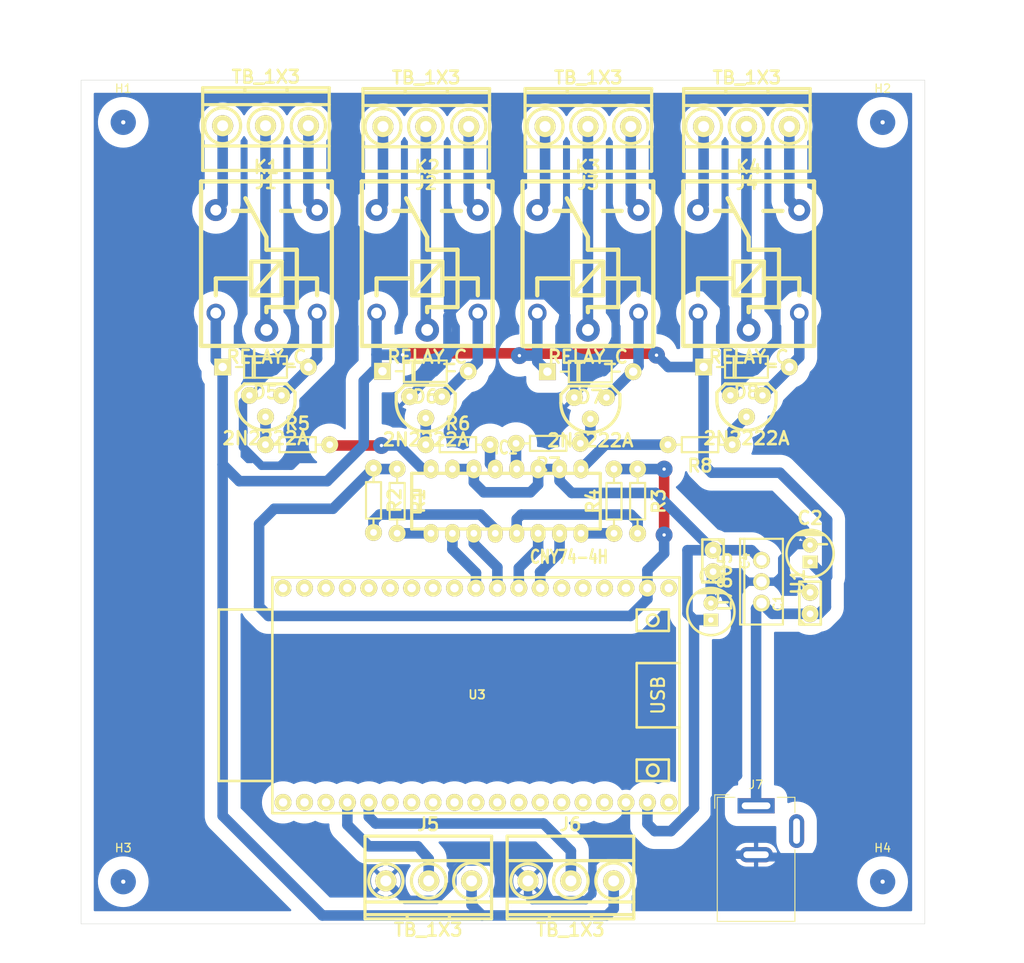
<source format=kicad_pcb>
(kicad_pcb (version 20211014) (generator pcbnew)
  (layers (0 "F.Cu" signal) (31 "B.Cu" signal) (34 "B.Paste" user) (35 "F.Paste" user) (36 "B.SilkS" user "B.Silkscreen") (37 "F.SilkS" user "F.Silkscreen") (38 "B.Mask" user) (39 "F.Mask" user) (44 "Edge.Cuts" user))
  (net 0 "")
  (net 1 "/IN1")
  (net 2 "/IN2")
  (net 3 "/IN3")
  (net 4 "/IN4")
  (net 5 "Net-(D6-Pad1)")
  (net 6 "Net-(D7-Pad1)")
  (net 7 "Net-(D8-Pad1)")
  (net 8 "Net-(J1-Pad2)")
  (net 9 "Net-(J1-Pad1)")
  (net 10 "Net-(J1-Pad3)")
  (net 11 "Net-(J2-Pad2)")
  (net 12 "Net-(J2-Pad1)")
  (net 13 "Net-(J2-Pad3)")
  (net 14 "Net-(J3-Pad2)")
  (net 15 "Net-(J3-Pad1)")
  (net 16 "Net-(J3-Pad3)")
  (net 17 "Net-(J4-Pad2)")
  (net 18 "Net-(J4-Pad1)")
  (net 19 "Net-(J4-Pad3)")
  (net 20 "Net-(Q1-Pad2)")
  (net 21 "GNDREF")
  (net 22 "Net-(Q2-Pad2)")
  (net 23 "Net-(Q3-Pad2)")
  (net 24 "Net-(Q4-Pad2)")
  (net 25 "VCC")
  (net 26 "Net-(IC1-Pad8)")
  (net 27 "Net-(IC1-Pad4)")
  (net 28 "Net-(IC1-Pad1)")
  (net 29 "/OUT1")
  (net 30 "/OUT2")
  (net 31 "/OUT3")
  (net 32 "/OUT4")
  (net 33 "/IN_LDR")
  (net 34 "/IN_TEMP")
  (net 35 "/5V")
  (net 36 "Net-(D5-Pad1)")
  (net 51 "/3.3V")
  (net 64 "Net-(IC1-Pad5)")
  (footprint "MountingHole:MountingHole_3mm" (layer "F.Cu") (at 185 135)
    (fp_text reference "H4" (at 0 -4) (layer "F.SilkS"))
    (fp_text value "Mounting_Hole")
    (pad "" np_thru_hole circle (at 0 0) (size 3 3) (drill 0.5) (layers "B.Cu"))
  )
  (footprint "EESTN5:RES0.3" (layer "F.Cu") (at 127.46 89.9 -90)
    (fp_text reference "R1" (at 0 -2.5 90) (layer "F.SilkS") (effects (font (size 1.5 1.5) (thickness 0.3))))
    (fp_text value "180" hide)
    (pad "1" thru_hole circle locked (at -3.81 0 270) (size 1.99898 1.99898) (drill 0.8001) (layers *.Cu *.Mask "F.SilkS") (net 51 "/3.3V"))
    (pad "2" thru_hole circle locked (at 3.81 0 270) (size 1.99898 1.99898) (drill 0.8001) (layers *.Cu *.Mask "F.SilkS") (net 28 "Net-(IC1-Pad1)"))
  )
  (footprint "EESTN5:to92" (layer "F.Cu") (at 168.86 78 180)
    (fp_text reference "Q4" hide)
    (fp_text value "2N2222A" (at 0 -4.445) (layer "F.SilkS") (effects (font (size 1.524 1.524) (thickness 0.3048))))
    (pad "1" thru_hole circle locked (at -1.905 0.635 180) (size 2 2) (drill 0.762) (layers *.Cu *.Mask "F.SilkS") (net 7 "Net-(D8-Pad1)"))
    (pad "2" thru_hole circle locked (at 0 -1.905 180) (size 2 2) (drill 0.762) (layers *.Cu *.Mask "F.SilkS") (net 24 "Net-(Q4-Pad2)"))
    (pad "3" thru_hole circle locked (at 1.905 0.635 180) (size 2 2) (drill 0.762) (layers *.Cu *.Mask "F.SilkS") (net 21 "GNDREF"))
  )
  (footprint "EESTN5:DO-41" (layer "F.Cu") (at 150.35 74.55 180)
    (fp_text reference "D7" (at 0 -3) (layer "F.SilkS") (effects (font (size 1.524 1.524) (thickness 0.3048))))
    (fp_text value "DIODE" hide)
    (pad "1" thru_hole circle locked (at -5.08 0 180) (size 1.99898 1.99898) (drill 1.00076) (layers *.Cu *.Mask "F.SilkS") (net 6 "Net-(D7-Pad1)"))
    (pad "2" thru_hole rect locked (at 5.08 0 180) (size 1.99898 1.99898) (drill 1.00076) (layers *.Cu *.Mask "F.SilkS") (net 25 "VCC"))
  )
  (footprint "EESTN5:DO-41" (layer "F.Cu") (at 168.86 74 180)
    (fp_text reference "D8" (at 0 -3) (layer "F.SilkS") (effects (font (size 1.524 1.524) (thickness 0.3048))))
    (fp_text value "DIODE" hide)
    (pad "1" thru_hole circle locked (at -5.08 0 180) (size 1.99898 1.99898) (drill 1.00076) (layers *.Cu *.Mask "F.SilkS") (net 7 "Net-(D8-Pad1)"))
    (pad "2" thru_hole rect locked (at 5.08 0 180) (size 1.99898 1.99898) (drill 1.00076) (layers *.Cu *.Mask "F.SilkS") (net 25 "VCC"))
  )
  (footprint "EESTN5:DO-41" (layer "F.Cu") (at 111.86 74 180)
    (fp_text reference "D5" (at 0 -3) (layer "F.SilkS") (effects (font (size 1.524 1.524) (thickness 0.3048))))
    (fp_text value "DIODE" hide)
    (pad "1" thru_hole circle locked (at -5.08 0 180) (size 1.99898 1.99898) (drill 1.00076) (layers *.Cu *.Mask "F.SilkS") (net 36 "Net-(D5-Pad1)"))
    (pad "2" thru_hole rect locked (at 5.08 0 180) (size 1.99898 1.99898) (drill 1.00076) (layers *.Cu *.Mask "F.SilkS") (net 25 "VCC"))
  )
  (footprint "EESTN5:DO-41" (layer "F.Cu") (at 130.8 74.5 180)
    (fp_text reference "D6" (at 0 -3) (layer "F.SilkS") (effects (font (size 1.524 1.524) (thickness 0.3048))))
    (fp_text value "DIODE" hide)
    (pad "1" thru_hole circle locked (at -5.08 0 180) (size 1.99898 1.99898) (drill 1.00076) (layers *.Cu *.Mask "F.SilkS") (net 5 "Net-(D6-Pad1)"))
    (pad "2" thru_hole rect locked (at 5.08 0 180) (size 1.99898 1.99898) (drill 1.00076) (layers *.Cu *.Mask "F.SilkS") (net 25 "VCC"))
  )
  (footprint "EESTN5:DIP_16-300" (layer "F.Cu") (at 140.36 89.9)
    (fp_text reference "IC1" (at 0 -6.35) (layer "F.SilkS") (effects (font (size 1.524 1.143) (thickness 0.28702))))
    (fp_text value "CNY74-4H" (at 7.47 6.604) (layer "F.SilkS") (effects (font (size 1.524 1.143) (thickness 0.28575))))
    (pad "1" thru_hole oval locked (at -8.89 3.81) (size 1.75 2.19964) (drill 0.8001) (layers *.Cu *.Mask "F.SilkS") (net 28 "Net-(IC1-Pad1)"))
    (pad "2" thru_hole oval locked (at -6.35 3.81) (size 1.75 2.19964) (drill 0.8001) (layers *.Cu *.Mask "F.SilkS") (net 1 "/IN1"))
    (pad "3" thru_hole oval locked (at -3.81 3.81) (size 1.75 2.19964) (drill 0.8001) (layers *.Cu *.Mask "F.SilkS") (net 2 "/IN2"))
    (pad "4" thru_hole oval locked (at -1.27 3.81) (size 1.75 2.19964) (drill 0.8001) (layers *.Cu *.Mask "F.SilkS") (net 27 "Net-(IC1-Pad4)"))
    (pad "5" thru_hole oval locked (at 1.27 3.81) (size 1.75 2.19964) (drill 0.8001) (layers *.Cu *.Mask "F.SilkS") (net 64 "Net-(IC1-Pad5)"))
    (pad "6" thru_hole oval locked (at 3.81 3.81) (size 1.75 2.19964) (drill 0.8001) (layers *.Cu *.Mask "F.SilkS") (net 3 "/IN3"))
    (pad "7" thru_hole oval locked (at 6.35 3.81) (size 1.75 2.19964) (drill 0.8001) (layers *.Cu *.Mask "F.SilkS") (net 4 "/IN4"))
    (pad "8" thru_hole oval locked (at 8.89 3.81) (size 1.75 2.19964) (drill 0.8001) (layers *.Cu *.Mask "F.SilkS") (net 26 "Net-(IC1-Pad8)"))
    (pad "9" thru_hole oval locked (at 8.89 -3.81) (size 1.75 2.19964) (drill 0.8001) (layers *.Cu *.Mask "F.SilkS") (net 32 "/OUT4"))
    (pad "10" thru_hole oval locked (at 6.35 -3.81) (size 1.75 2.19964) (drill 0.8001) (layers *.Cu *.Mask "F.SilkS") (net 35 "/5V"))
    (pad "11" thru_hole oval locked (at 3.81 -3.81) (size 1.75 2.19964) (drill 0.8001) (layers *.Cu *.Mask "F.SilkS") (net 35 "/5V"))
    (pad "12" thru_hole oval locked (at 1.27 -3.81) (size 1.75 2.19964) (drill 0.8001) (layers *.Cu *.Mask "F.SilkS") (net 31 "/OUT3"))
    (pad "13" thru_hole oval locked (at -1.27 -3.81) (size 1.75 2.19964) (drill 0.8001) (layers *.Cu *.Mask "F.SilkS") (net 30 "/OUT2"))
    (pad "14" thru_hole oval locked (at -3.81 -3.81) (size 1.75 2.19964) (drill 0.8001) (layers *.Cu *.Mask "F.SilkS") (net 35 "/5V"))
    (pad "15" thru_hole oval locked (at -6.35 -3.81) (size 1.75 2.19964) (drill 0.8001) (layers *.Cu *.Mask "F.SilkS") (net 35 "/5V"))
    (pad "16" thru_hole oval locked (at -8.89 -3.81) (size 1.75 2.19964) (drill 0.8001) (layers *.Cu *.Mask "F.SilkS") (net 29 "/OUT1"))
  )
  (footprint "EESTN5:BORNERA3" (layer "F.Cu") (at 111.86 45.4035 180)
    (fp_text reference "J1" (at -0.05 -6.7) (layer "F.SilkS") (effects (font (size 1.5 1.5) (thickness 0.3))))
    (fp_text value "TB_1X3" (at -0.05 5.8) (layer "F.SilkS") (effects (font (size 1.5 1.5) (thickness 0.3))))
    (pad "1" thru_hole circle locked (at -5.08 0 180) (size 2.5 2.5) (drill 1.3) (layers *.Cu *.Mask "F.SilkS") (net 9 "Net-(J1-Pad1)"))
    (pad "2" thru_hole circle locked (at 0 0 180) (size 2.5 2.5) (drill 1.3) (layers *.Cu *.Mask "F.SilkS") (net 8 "Net-(J1-Pad2)"))
    (pad "3" thru_hole circle locked (at 5.08 0 180) (size 2.5 2.5) (drill 1.3) (layers *.Cu *.Mask "F.SilkS") (net 10 "Net-(J1-Pad3)"))
  )
  (footprint "EESTN5:BORNERA3" (layer "F.Cu") (at 130.86 45.5 180)
    (fp_text reference "J2" (at -0.05 -6.7) (layer "F.SilkS") (effects (font (size 1.5 1.5) (thickness 0.3))))
    (fp_text value "TB_1X3" (at -0.05 5.8) (layer "F.SilkS") (effects (font (size 1.5 1.5) (thickness 0.3))))
    (pad "1" thru_hole circle locked (at -5.08 0 180) (size 2.5 2.5) (drill 1.3) (layers *.Cu *.Mask "F.SilkS") (net 12 "Net-(J2-Pad1)"))
    (pad "2" thru_hole circle locked (at 0 0 180) (size 2.5 2.5) (drill 1.3) (layers *.Cu *.Mask "F.SilkS") (net 11 "Net-(J2-Pad2)"))
    (pad "3" thru_hole circle locked (at 5.08 0 180) (size 2.5 2.5) (drill 1.3) (layers *.Cu *.Mask "F.SilkS") (net 13 "Net-(J2-Pad3)"))
  )
  (footprint "EESTN5:BORNERA3" (layer "F.Cu") (at 150.07 45.5 180)
    (fp_text reference "J3" (at -0.05 -6.7) (layer "F.SilkS") (effects (font (size 1.5 1.5) (thickness 0.3))))
    (fp_text value "TB_1X3" (at -0.05 5.8) (layer "F.SilkS") (effects (font (size 1.5 1.5) (thickness 0.3))))
    (pad "1" thru_hole circle locked (at -5.08 0 180) (size 2.5 2.5) (drill 1.3) (layers *.Cu *.Mask "F.SilkS") (net 15 "Net-(J3-Pad1)"))
    (pad "2" thru_hole circle locked (at 0 0 180) (size 2.5 2.5) (drill 1.3) (layers *.Cu *.Mask "F.SilkS") (net 14 "Net-(J3-Pad2)"))
    (pad "3" thru_hole circle locked (at 5.08 0 180) (size 2.5 2.5) (drill 1.3) (layers *.Cu *.Mask "F.SilkS") (net 16 "Net-(J3-Pad3)"))
  )
  (footprint "EESTN5:BORNERA3" (layer "F.Cu") (at 168.86 45.5 180)
    (fp_text reference "J4" (at -0.05 -6.7) (layer "F.SilkS") (effects (font (size 1.5 1.5) (thickness 0.3))))
    (fp_text value "TB_1X3" (at -0.05 5.8) (layer "F.SilkS") (effects (font (size 1.5 1.5) (thickness 0.3))))
    (pad "1" thru_hole circle locked (at -5.08 0 180) (size 2.5 2.5) (drill 1.3) (layers *.Cu *.Mask "F.SilkS") (net 18 "Net-(J4-Pad1)"))
    (pad "2" thru_hole circle locked (at 0 0 180) (size 2.5 2.5) (drill 1.3) (layers *.Cu *.Mask "F.SilkS") (net 17 "Net-(J4-Pad2)"))
    (pad "3" thru_hole circle locked (at 5.08 0 180) (size 2.5 2.5) (drill 1.3) (layers *.Cu *.Mask "F.SilkS") (net 19 "Net-(J4-Pad3)"))
  )
  (footprint "EESTN5:Relay_C" (layer "F.Cu") (at 111.97 61.5 180)
    (fp_text reference "K1" (at 0 11.2) (layer "F.SilkS") (effects (font (size 1.524 1.524) (thickness 0.3048))))
    (fp_text value "RELAY_C" (at 0 -11.3) (layer "F.SilkS") (effects (font (size 1.524 1.524) (thickness 0.3048))))
    (pad "1" thru_hole circle locked (at 0 -8.1 180) (size 2.8 2.8) (drill 1.4) (layers *.Cu *.Mask) (net 8 "Net-(J1-Pad2)"))
    (pad "2" thru_hole circle locked (at -6 -6.1 180) (size 2.2 2.2) (drill 1.3) (layers *.Cu *.Mask) (net 36 "Net-(D5-Pad1)"))
    (pad "3" thru_hole circle locked (at -6 6.1 180) (size 2.6 2.6) (drill 1.3) (layers *.Cu *.Mask) (net 9 "Net-(J1-Pad1)"))
    (pad "4" thru_hole circle locked (at 6 6.1 180) (size 2.6 2.6) (drill 1.3) (layers *.Cu *.Mask) (net 10 "Net-(J1-Pad3)"))
    (pad "5" thru_hole circle locked (at 6 -6.1 180) (size 2.2 2.2) (drill 1.3) (layers *.Cu *.Mask) (net 25 "VCC"))
  )
  (footprint "EESTN5:Relay_C" (layer "F.Cu") (at 131.02 61.5 180)
    (fp_text reference "K2" (at 0 11.2) (layer "F.SilkS") (effects (font (size 1.524 1.524) (thickness 0.3048))))
    (fp_text value "RELAY_C" (at 0 -11.3) (layer "F.SilkS") (effects (font (size 1.524 1.524) (thickness 0.3048))))
    (pad "1" thru_hole circle locked (at 0 -8.1 180) (size 2.8 2.8) (drill 1.4) (layers *.Cu *.Mask) (net 11 "Net-(J2-Pad2)"))
    (pad "2" thru_hole circle locked (at -6 -6.1 180) (size 2.2 2.2) (drill 1.3) (layers *.Cu *.Mask) (net 5 "Net-(D6-Pad1)"))
    (pad "3" thru_hole circle locked (at -6 6.1 180) (size 2.6 2.6) (drill 1.3) (layers *.Cu *.Mask) (net 12 "Net-(J2-Pad1)"))
    (pad "4" thru_hole circle locked (at 6 6.1 180) (size 2.6 2.6) (drill 1.3) (layers *.Cu *.Mask) (net 13 "Net-(J2-Pad3)"))
    (pad "5" thru_hole circle locked (at 6 -6.1 180) (size 2.2 2.2) (drill 1.3) (layers *.Cu *.Mask) (net 25 "VCC"))
  )
  (footprint "EESTN5:Relay_C" (layer "F.Cu") (at 150.07 61.5 180)
    (fp_text reference "K3" (at 0 11.2) (layer "F.SilkS") (effects (font (size 1.524 1.524) (thickness 0.3048))))
    (fp_text value "RELAY_C" (at 0 -11.3) (layer "F.SilkS") (effects (font (size 1.524 1.524) (thickness 0.3048))))
    (pad "1" thru_hole circle locked (at 0 -8.1 180) (size 2.8 2.8) (drill 1.4) (layers *.Cu *.Mask) (net 14 "Net-(J3-Pad2)"))
    (pad "2" thru_hole circle locked (at -6 -6.1 180) (size 2.2 2.2) (drill 1.3) (layers *.Cu *.Mask) (net 6 "Net-(D7-Pad1)"))
    (pad "3" thru_hole circle locked (at -6 6.1 180) (size 2.6 2.6) (drill 1.3) (layers *.Cu *.Mask) (net 15 "Net-(J3-Pad1)"))
    (pad "4" thru_hole circle locked (at 6 6.1 180) (size 2.6 2.6) (drill 1.3) (layers *.Cu *.Mask) (net 16 "Net-(J3-Pad3)"))
    (pad "5" thru_hole circle locked (at 6 -6.1 180) (size 2.2 2.2) (drill 1.3) (layers *.Cu *.Mask) (net 25 "VCC"))
  )
  (footprint "EESTN5:Relay_C" (layer "F.Cu") (at 169.12 61.5 180)
    (fp_text reference "K4" (at 0 11.2) (layer "F.SilkS") (effects (font (size 1.524 1.524) (thickness 0.3048))))
    (fp_text value "RELAY_C" (at 0 -11.3) (layer "F.SilkS") (effects (font (size 1.524 1.524) (thickness 0.3048))))
    (pad "1" thru_hole circle locked (at 0 -8.1 180) (size 2.8 2.8) (drill 1.4) (layers *.Cu *.Mask) (net 17 "Net-(J4-Pad2)"))
    (pad "2" thru_hole circle locked (at -6 -6.1 180) (size 2.2 2.2) (drill 1.3) (layers *.Cu *.Mask) (net 7 "Net-(D8-Pad1)"))
    (pad "3" thru_hole circle locked (at -6 6.1 180) (size 2.6 2.6) (drill 1.3) (layers *.Cu *.Mask) (net 18 "Net-(J4-Pad1)"))
    (pad "4" thru_hole circle locked (at 6 6.1 180) (size 2.6 2.6) (drill 1.3) (layers *.Cu *.Mask) (net 19 "Net-(J4-Pad3)"))
    (pad "5" thru_hole circle locked (at 6 -6.1 180) (size 2.2 2.2) (drill 1.3) (layers *.Cu *.Mask) (net 25 "VCC"))
  )
  (footprint "EESTN5:to92" (layer "F.Cu") (at 111.86 78 180)
    (fp_text reference "Q1" hide)
    (fp_text value "2N2222A" (at 0 -4.445) (layer "F.SilkS") (effects (font (size 1.524 1.524) (thickness 0.3048))))
    (pad "1" thru_hole circle locked (at -1.905 0.635 180) (size 2 2) (drill 0.762) (layers *.Cu *.Mask "F.SilkS") (net 36 "Net-(D5-Pad1)"))
    (pad "2" thru_hole circle locked (at 0 -1.905 180) (size 2 2) (drill 0.762) (layers *.Cu *.Mask "F.SilkS") (net 20 "Net-(Q1-Pad2)"))
    (pad "3" thru_hole circle locked (at 1.905 0.635 180) (size 2 2) (drill 0.762) (layers *.Cu *.Mask "F.SilkS") (net 21 "GNDREF"))
  )
  (footprint "EESTN5:to92" (layer "F.Cu") (at 130.85 78.15 180)
    (fp_text reference "Q2" hide)
    (fp_text value "2N2222A" (at 0 -4.445) (layer "F.SilkS") (effects (font (size 1.524 1.524) (thickness 0.3048))))
    (pad "1" thru_hole circle locked (at -1.905 0.635 180) (size 2 2) (drill 0.762) (layers *.Cu *.Mask "F.SilkS") (net 5 "Net-(D6-Pad1)"))
    (pad "2" thru_hole circle locked (at 0 -1.905 180) (size 2 2) (drill 0.762) (layers *.Cu *.Mask "F.SilkS") (net 22 "Net-(Q2-Pad2)"))
    (pad "3" thru_hole circle locked (at 1.905 0.635 180) (size 2 2) (drill 0.762) (layers *.Cu *.Mask "F.SilkS") (net 21 "GNDREF"))
  )
  (footprint "EESTN5:to92" (layer "F.Cu") (at 150.36 78.25 180)
    (fp_text reference "Q3" hide)
    (fp_text value "2N2222A" (at 0 -4.445) (layer "F.SilkS") (effects (font (size 1.524 1.524) (thickness 0.3048))))
    (pad "1" thru_hole circle locked (at -1.905 0.635 180) (size 2 2) (drill 0.762) (layers *.Cu *.Mask "F.SilkS") (net 6 "Net-(D7-Pad1)"))
    (pad "2" thru_hole circle locked (at 0 -1.905 180) (size 2 2) (drill 0.762) (layers *.Cu *.Mask "F.SilkS") (net 23 "Net-(Q3-Pad2)"))
    (pad "3" thru_hole circle locked (at 1.905 0.635 180) (size 2 2) (drill 0.762) (layers *.Cu *.Mask "F.SilkS") (net 21 "GNDREF"))
  )
  (footprint "EESTN5:RES0.3" (layer "F.Cu") (at 124.66 89.8 -90)
    (fp_text reference "R2" (at 0 -2.5 90) (layer "F.SilkS") (effects (font (size 1.5 1.5) (thickness 0.3))))
    (fp_text value "180" hide)
    (pad "1" thru_hole circle locked (at -3.81 0 270) (size 1.99898 1.99898) (drill 0.8001) (layers *.Cu *.Mask "F.SilkS") (net 51 "/3.3V"))
    (pad "2" thru_hole circle locked (at 3.81 0 270) (size 1.99898 1.99898) (drill 0.8001) (layers *.Cu *.Mask "F.SilkS") (net 27 "Net-(IC1-Pad4)"))
  )
  (footprint "EESTN5:RES0.3" (layer "F.Cu") (at 155.96 89.9 -90)
    (fp_text reference "R3" (at 0 -2.5 90) (layer "F.SilkS") (effects (font (size 1.5 1.5) (thickness 0.3))))
    (fp_text value "180" hide)
    (pad "1" thru_hole circle locked (at -3.81 0 270) (size 1.99898 1.99898) (drill 0.8001) (layers *.Cu *.Mask "F.SilkS") (net 51 "/3.3V"))
    (pad "2" thru_hole circle locked (at 3.81 0 270) (size 1.99898 1.99898) (drill 0.8001) (layers *.Cu *.Mask "F.SilkS") (net 64 "Net-(IC1-Pad5)"))
  )
  (footprint "EESTN5:RES0.3" (layer "F.Cu") (at 153.16 89.9 90)
    (fp_text reference "R4" (at 0 -2.5 90) (layer "F.SilkS") (effects (font (size 1.5 1.5) (thickness 0.3))))
    (fp_text value "180" hide)
    (pad "1" thru_hole circle locked (at -3.81 0 90) (size 1.99898 1.99898) (drill 0.8001) (layers *.Cu *.Mask "F.SilkS") (net 26 "Net-(IC1-Pad8)"))
    (pad "2" thru_hole circle locked (at 3.81 0 90) (size 1.99898 1.99898) (drill 0.8001) (layers *.Cu *.Mask "F.SilkS") (net 51 "/3.3V"))
  )
  (footprint "EESTN5:RES0.3" (layer "F.Cu") (at 115.66 83.2)
    (fp_text reference "R5" (at 0 -2.5) (layer "F.SilkS") (effects (font (size 1.5 1.5) (thickness 0.3))))
    (fp_text value "220" hide)
    (pad "1" thru_hole circle locked (at -3.81 0) (size 1.99898 1.99898) (drill 0.8001) (layers *.Cu *.Mask "F.SilkS") (net 20 "Net-(Q1-Pad2)"))
    (pad "2" thru_hole circle locked (at 3.81 0) (size 1.99898 1.99898) (drill 0.8001) (layers *.Cu *.Mask "F.SilkS") (net 29 "/OUT1"))
  )
  (footprint "EESTN5:RES0.3" (layer "F.Cu") (at 134.66 83.2)
    (fp_text reference "R6" (at 0 -2.5) (layer "F.SilkS") (effects (font (size 1.5 1.5) (thickness 0.3))))
    (fp_text value "220" hide)
    (pad "1" thru_hole circle locked (at -3.81 0) (size 1.99898 1.99898) (drill 0.8001) (layers *.Cu *.Mask "F.SilkS") (net 22 "Net-(Q2-Pad2)"))
    (pad "2" thru_hole circle locked (at 3.81 0) (size 1.99898 1.99898) (drill 0.8001) (layers *.Cu *.Mask "F.SilkS") (net 30 "/OUT2"))
  )
  (footprint "EESTN5:RES0.3" (layer "F.Cu") (at 145.36 83.05 180)
    (fp_text reference "R7" (at 0 -2.5) (layer "F.SilkS") (effects (font (size 1.5 1.5) (thickness 0.3))))
    (fp_text value "220" hide)
    (pad "1" thru_hole circle locked (at -3.81 0 180) (size 1.99898 1.99898) (drill 0.8001) (layers *.Cu *.Mask "F.SilkS") (net 23 "Net-(Q3-Pad2)"))
    (pad "2" thru_hole circle locked (at 3.81 0 180) (size 1.99898 1.99898) (drill 0.8001) (layers *.Cu *.Mask "F.SilkS") (net 31 "/OUT3"))
  )
  (footprint "EESTN5:RES0.3" (layer "F.Cu") (at 163.36 83.2 180)
    (fp_text reference "R8" (at 0 -2.5) (layer "F.SilkS") (effects (font (size 1.5 1.5) (thickness 0.3))))
    (fp_text value "220" hide)
    (pad "1" thru_hole circle locked (at -3.81 0 180) (size 1.99898 1.99898) (drill 0.8001) (layers *.Cu *.Mask "F.SilkS") (net 24 "Net-(Q4-Pad2)"))
    (pad "2" thru_hole circle locked (at 3.81 0 180) (size 1.99898 1.99898) (drill 0.8001) (layers *.Cu *.Mask "F.SilkS") (net 32 "/OUT4"))
  )
  (footprint "EESTN5:BORNERA3" (layer "F.Cu") (at 131.2 134.9)
    (fp_text reference "J5" (at -0.05 -6.7) (layer "F.SilkS") (effects (font (size 1.5 1.5) (thickness 0.3))))
    (fp_text value "TB_1X3" (at -0.05 5.8) (layer "F.SilkS") (effects (font (size 1.5 1.5) (thickness 0.3))))
    (pad "1" thru_hole circle locked (at -5.08 0) (size 2.5 2.5) (drill 1.3) (layers *.Cu *.Mask "F.SilkS") (net 21 "GNDREF"))
    (pad "2" thru_hole circle locked (at 0 0) (size 2.5 2.5) (drill 1.3) (layers *.Cu *.Mask "F.SilkS") (net 33 "/IN_LDR"))
    (pad "3" thru_hole circle locked (at 5.08 0) (size 2.5 2.5) (drill 1.3) (layers *.Cu *.Mask "F.SilkS") (net 25 "VCC"))
  )
  (footprint "EESTN5:BORNERA3" (layer "F.Cu") (at 148.05 134.9)
    (fp_text reference "J6" (at -0.05 -6.7) (layer "F.SilkS") (effects (font (size 1.5 1.5) (thickness 0.3))))
    (fp_text value "TB_1X3" (at -0.05 5.8) (layer "F.SilkS") (effects (font (size 1.5 1.5) (thickness 0.3))))
    (pad "1" thru_hole circle locked (at -5.08 0) (size 2.5 2.5) (drill 1.3) (layers *.Cu *.Mask "F.SilkS") (net 21 "GNDREF"))
    (pad "2" thru_hole circle locked (at 0 0) (size 2.5 2.5) (drill 1.3) (layers *.Cu *.Mask "F.SilkS") (net 34 "/IN_TEMP"))
    (pad "3" thru_hole circle locked (at 5.08 0) (size 2.5 2.5) (drill 1.3) (layers *.Cu *.Mask "F.SilkS") (net 25 "VCC"))
  )
  (footprint "EESTN5:ESP32_DEVKITC" (layer "F.Cu") (at 136.8 112.9)
    (fp_text reference "U3" (at 0.127 -0.0635) (layer "F.SilkS") (effects (font (size 1.016 1.016) (thickness 0.2032))))
    (fp_text value "ESP32_DevKit_V1_DOIT" hide)
    (fp_text user "USB" (at 21.59 0 90) (layer "F.SilkS") (effects (font (size 1.524 1.524) (thickness 0.254))))
    (pad "1" thru_hole circle locked (at -22.86 12.7) (size 2 2) (drill 1) (layers *.Cu *.Mask "F.SilkS"))
    (pad "2" thru_hole circle locked (at -20.32 12.7) (size 2 2) (drill 1) (layers *.Cu *.Mask "F.SilkS"))
    (pad "3" thru_hole circle locked (at -17.78 12.7) (size 2 2) (drill 1) (layers *.Cu *.Mask "F.SilkS"))
    (pad "4" thru_hole circle locked (at -15.24 12.7) (size 2 2) (drill 1) (layers *.Cu *.Mask "F.SilkS") (net 33 "/IN_LDR"))
    (pad "5" thru_hole circle locked (at -12.7 12.7) (size 2 2) (drill 1) (layers *.Cu *.Mask "F.SilkS") (net 34 "/IN_TEMP"))
    (pad "6" thru_hole circle locked (at -10.16 12.7) (size 2 2) (drill 1) (layers *.Cu *.Mask "F.SilkS"))
    (pad "7" thru_hole circle locked (at -7.62 12.7) (size 2 2) (drill 1) (layers *.Cu *.Mask "F.SilkS"))
    (pad "8" thru_hole circle locked (at -5.08 12.7) (size 2 2) (drill 1) (layers *.Cu *.Mask "F.SilkS"))
    (pad "9" thru_hole circle locked (at -2.54 12.7) (size 2 2) (drill 1) (layers *.Cu *.Mask "F.SilkS"))
    (pad "10" thru_hole circle locked (at 0 12.7) (size 2 2) (drill 1) (layers *.Cu *.Mask "F.SilkS"))
    (pad "11" thru_hole circle locked (at 2.54 12.7) (size 2 2) (drill 1) (layers *.Cu *.Mask "F.SilkS"))
    (pad "12" thru_hole circle locked (at 5.08 12.7) (size 2 2) (drill 1) (layers *.Cu *.Mask "F.SilkS"))
    (pad "13" thru_hole circle locked (at 7.62 12.7) (size 2 2) (drill 1) (layers *.Cu *.Mask "F.SilkS"))
    (pad "14" thru_hole circle locked (at 10.16 12.7) (size 2 2) (drill 1) (layers *.Cu *.Mask "F.SilkS"))
    (pad "15" thru_hole circle locked (at 12.7 12.7) (size 2 2) (drill 1) (layers *.Cu *.Mask "F.SilkS"))
    (pad "16" thru_hole circle locked (at 15.24 12.7) (size 2 2) (drill 1) (layers *.Cu *.Mask "F.SilkS"))
    (pad "17" thru_hole circle locked (at 17.78 12.7) (size 2 2) (drill 1) (layers *.Cu *.Mask "F.SilkS") (net 21 "GNDREF"))
    (pad "18" thru_hole circle locked (at 20.32 12.7) (size 2 2) (drill 1) (layers *.Cu *.Mask "F.SilkS") (net 35 "/5V"))
    (pad "19" thru_hole circle locked (at 22.86 12.7) (size 2 2) (drill 1) (layers *.Cu *.Mask "F.SilkS"))
    (pad "20" thru_hole circle locked (at 22.86 -12.7 180) (size 2 2) (drill 1) (layers *.Cu *.Mask "F.SilkS"))
    (pad "21" thru_hole circle locked (at 20.32 -12.7 180) (size 2 2) (drill 1) (layers *.Cu *.Mask "F.SilkS") (net 51 "/3.3V"))
    (pad "22" thru_hole circle locked (at 17.78 -12.7 180) (size 2 2) (drill 1) (layers *.Cu *.Mask "F.SilkS"))
    (pad "23" thru_hole circle locked (at 15.24 -12.7 180) (size 2 2) (drill 1) (layers *.Cu *.Mask "F.SilkS"))
    (pad "24" thru_hole circle locked (at 12.7 -12.7 180) (size 2 2) (drill 1) (layers *.Cu *.Mask "F.SilkS"))
    (pad "25" thru_hole circle locked (at 10.16 -12.7 180) (size 2 2) (drill 1) (layers *.Cu *.Mask "F.SilkS"))
    (pad "26" thru_hole circle locked (at 7.62 -12.7 180) (size 2 2) (drill 1) (layers *.Cu *.Mask "F.SilkS") (net 4 "/IN4"))
    (pad "27" thru_hole circle locked (at 5.08 -12.7 180) (size 2 2) (drill 1) (layers *.Cu *.Mask "F.SilkS") (net 3 "/IN3"))
    (pad "28" thru_hole circle locked (at 2.54 -12.7 180) (size 2 2) (drill 1) (layers *.Cu *.Mask "F.SilkS") (net 2 "/IN2"))
    (pad "29" thru_hole circle locked (at 0 -12.7 180) (size 2 2) (drill 1) (layers *.Cu *.Mask "F.SilkS") (net 1 "/IN1"))
    (pad "30" thru_hole circle locked (at -2.54 -12.7 180) (size 2 2) (drill 1) (layers *.Cu *.Mask "F.SilkS"))
    (pad "31" thru_hole circle locked (at -5.08 -12.7 180) (size 2 2) (drill 1) (layers *.Cu *.Mask "F.SilkS"))
    (pad "32" thru_hole circle locked (at -7.62 -12.7 180) (size 2 2) (drill 1) (layers *.Cu *.Mask "F.SilkS"))
    (pad "33" thru_hole circle locked (at -10.16 -12.7 180) (size 2 2) (drill 1) (layers *.Cu *.Mask "F.SilkS"))
    (pad "34" thru_hole circle locked (at -12.7 -12.7 180) (size 2 2) (drill 1) (layers *.Cu *.Mask "F.SilkS"))
    (pad "35" thru_hole circle locked (at -15.24 -12.7 180) (size 2 2) (drill 1) (layers *.Cu *.Mask "F.SilkS"))
    (pad "36" thru_hole circle locked (at -17.78 -12.7 180) (size 2 2) (drill 1) (layers *.Cu *.Mask "F.SilkS"))
    (pad "37" thru_hole circle locked (at -20.32 -12.7 180) (size 2 2) (drill 1) (layers *.Cu *.Mask "F.SilkS"))
    (pad "38" thru_hole circle locked (at -22.86 -12.7 180) (size 2 2) (drill 1) (layers *.Cu *.Mask "F.SilkS"))
  )
  (footprint "EESTN5:CAP_0.1" (layer "F.Cu") (at 176.4 101.98 90)
    (fp_text reference "C1" (at 0 -3.81 90) (layer "F.SilkS") (effects (font (size 1.016 1.016) (thickness 0.2032))))
    (fp_text value "0.1uF" hide)
    (pad "1" thru_hole circle locked (at -1.27 0 90) (size 2 2) (drill 0.8001) (layers *.Cu *.Mask "F.SilkS") (net 25 "VCC"))
    (pad "2" thru_hole circle locked (at 1.27 0 90) (size 2 2) (drill 0.8001) (layers *.Cu *.Mask "F.SilkS") (net 21 "GNDREF"))
  )
  (footprint "EESTN5:TO-220" (layer "F.Cu") (at 170.64 99.44 90)
    (fp_text reference "U1" (at 0 4.318 90) (layer "F.SilkS") (effects (font (size 1.524 1.524) (thickness 0.3048))))
    (fp_text value "L7805" (at 0 -4.318 90) (layer "F.SilkS") (effects (font (size 1.524 1.524) (thickness 0.3048))))
    (pad "1" thru_hole circle locked (at -2.54 0 90) (size 2 2) (drill 1.24968) (layers *.Cu *.Mask "F.SilkS") (net 25 "VCC"))
    (pad "2" thru_hole circle locked (at 0 0 90) (size 2 2) (drill 1.24968) (layers *.Cu *.Mask "F.SilkS") (net 21 "GNDREF"))
    (pad "3" thru_hole circle locked (at 2.54 0 90) (size 2 2) (drill 1.24968) (layers *.Cu *.Mask "F.SilkS") (net 35 "/5V"))
  )
  (footprint "EESTN5:CAP_ELEC_5x11mm" (layer "F.Cu") (at 176.4 96.1)
    (fp_text reference "C2" (at 0 -4.2) (layer "F.SilkS") (effects (font (size 1.524 1.524) (thickness 0.3048))))
    (fp_text value "1uF" hide)
    (pad "1" thru_hole rect locked (at 0 1) (size 1.8 1.524) (drill 0.65) (layers *.Cu *.Mask "F.SilkS") (net 25 "VCC"))
    (pad "2" thru_hole circle locked (at 0 -1) (size 1.8 1.8) (drill 0.65) (layers *.Cu *.Mask "F.SilkS") (net 21 "GNDREF"))
  )
  (footprint "MountingHole:MountingHole_3mm" (layer "F.Cu") (at 95 135)
    (fp_text reference "H3" (at 0 -4) (layer "F.SilkS"))
    (fp_text value "Mounting_Hole")
    (pad "" np_thru_hole circle (at 0 0) (size 3 3) (drill 0.5) (layers "B.Cu"))
  )
  (footprint "EESTN5:CAP_0.1" (layer "F.Cu") (at 164.9 96.98 -90)
    (fp_text reference "C4" (at 0 -3.81 90) (layer "F.SilkS") (effects (font (size 1.016 1.016) (thickness 0.2032))))
    (fp_text value "0.1uF" hide)
    (pad "1" thru_hole circle locked (at -1.27 0 270) (size 2 2) (drill 0.8001) (layers *.Cu *.Mask "F.SilkS") (net 35 "/5V"))
    (pad "2" thru_hole circle locked (at 1.27 0 270) (size 2 2) (drill 0.8001) (layers *.Cu *.Mask "F.SilkS") (net 21 "GNDREF"))
  )
  (footprint "MountingHole:MountingHole_3mm" (layer "F.Cu") (at 95 45)
    (fp_text reference "H1" (at 0 -4) (layer "F.SilkS"))
    (fp_text value "Mounting_Hole")
    (pad "" np_thru_hole circle (at 0 0) (size 3 3) (drill 0.5) (layers "B.Cu"))
  )
  (footprint "MountingHole:MountingHole_3mm" (layer "F.Cu") (at 185 45)
    (fp_text reference "H2" (at 0 -4) (layer "F.SilkS"))
    (fp_text value "Mounting_Hole")
    (pad "" np_thru_hole circle (at 0 0) (size 3 3) (drill 0.5) (layers "B.Cu"))
  )
  (footprint "EESTN5:CAP_ELEC_5x11mm" (layer "F.Cu") (at 164.64 102.98)
    (fp_text reference "C3" (at 0 -4.2) (layer "F.SilkS") (effects (font (size 1.524 1.524) (thickness 0.3048))))
    (fp_text value "10uF" hide)
    (pad "1" thru_hole rect locked (at 0 1) (size 1.75 1.524) (drill 0.65) (layers *.Cu *.Mask "F.SilkS") (net 35 "/5V"))
    (pad "2" thru_hole circle locked (at 0 -1) (size 1.75 1.75) (drill 0.65) (layers *.Cu *.Mask "F.SilkS") (net 21 "GNDREF"))
  )
  (footprint "Connector_BarrelJack:BarrelJack_Wuerth_6941xx301002" (layer "F.Cu") (at 170 126)
    (fp_text reference "J7" (at 0 -2.5) (layer "F.SilkS"))
    (fp_text value "Jack-DC")
    (pad "1" thru_hole rect (at 0 0) (size 4.4 1.8) (drill oval 3.4 0.8) (layers *.Cu *.Mask) (net 25 "VCC"))
    (pad "2" thru_hole oval (at 0 5.8) (size 4 1.8) (drill oval 3 0.8) (layers *.Cu *.Mask) (net 21 "GNDREF"))
    (pad "3" thru_hole oval (at 4.8 3 90) (size 4 1.8) (drill oval 3 0.8) (layers *.Cu *.Mask))
  )
  (gr_line (start 190 40) (end 90 40) (layer "Edge.Cuts") (width 0.05))
  (gr_line (start 190 140) (end 190 40) (layer "Edge.Cuts") (width 0.05))
  (gr_line (start 90 140) (end 190 140) (layer "Edge.Cuts") (width 0.05))
  (gr_line (start 90 40) (end 90 140) (layer "Edge.Cuts") (width 0.05))
  (segment (start 134.01 95.61) (end 136.8 98.4) (width 1.25) (layer "B.Cu") (net 1))
  (segment (start 136.8 98.4) (end 136.8 100.2) (width 1.25) (layer "B.Cu") (net 1))
  (segment (start 134.01 93.71) (end 134.01 95.61) (width 1.25) (layer "B.Cu") (net 1))
  (segment (start 139.34 97.74) (end 139.34 100.2) (width 1.25) (layer "B.Cu") (net 2))
  (segment (start 136.55 93.71) (end 136.55 94.95) (width 1.25) (layer "B.Cu") (net 2))
  (segment (start 136.55 94.95) (end 139.34 97.74) (width 1.25) (layer "B.Cu") (net 2))
  (segment (start 141.88 97.82) (end 141.88 100.2) (width 1.25) (layer "B.Cu") (net 3))
  (segment (start 144.17 93.71) (end 144.17 95.53) (width 1.25) (layer "B.Cu") (net 3))
  (segment (start 144.17 95.53) (end 141.88 97.82) (width 1.25) (layer "B.Cu") (net 3))
  (segment (start 144.42 98.32) (end 144.42 100.2) (width 1.25) (layer "B.Cu") (net 4))
  (segment (start 146.71 95.99) (end 144.4 98.3) (width 1.25) (layer "B.Cu") (net 4))
  (segment (start 146.71 93.71) (end 146.71 95.99) (width 1.25) (layer "B.Cu") (net 4))
  (segment (start 144.4 98.3) (end 144.42 98.32) (width 1.25) (layer "B.Cu") (net 4))
  (segment (start 135.77 74.5) (end 132.755 77.515) (width 1.25) (layer "B.Cu") (net 5))
  (segment (start 137.02 67.6) (end 137.02 73.36) (width 1.25) (layer "B.Cu") (net 5))
  (segment (start 135.88 74.5) (end 135.77 74.5) (width 1.25) (layer "B.Cu") (net 5))
  (segment (start 135.94 74) (end 135.94 74.19) (width 1.25) (layer "B.Cu") (net 5))
  (segment (start 137.02 73.36) (end 135.88 74.5) (width 1.25) (layer "B.Cu") (net 5))
  (segment (start 155.33 74.55) (end 152.265 77.615) (width 1.25) (layer "B.Cu") (net 6))
  (segment (start 156.07 73.91) (end 155.43 74.55) (width 1.25) (layer "B.Cu") (net 6))
  (segment (start 155.43 74.55) (end 155.33 74.55) (width 1.25) (layer "B.Cu") (net 6))
  (segment (start 156.07 67.6) (end 156.07 73.91) (width 1.25) (layer "B.Cu") (net 6))
  (segment (start 173.94 74.19) (end 170.765 77.365) (width 1.25) (layer "B.Cu") (net 7))
  (segment (start 175.12 67.6) (end 175.12 72.82) (width 1.25) (layer "B.Cu") (net 7))
  (segment (start 173.94 74) (end 173.94 74.19) (width 1.25) (layer "B.Cu") (net 7))
  (segment (start 175.12 72.82) (end 173.94 74) (width 1.25) (layer "B.Cu") (net 7))
  (segment (start 111.86 69.49) (end 111.97 69.6) (width 1.25) (layer "B.Cu") (net 8))
  (segment (start 111.86 45.4035) (end 111.86 69.49) (width 1.25) (layer "B.Cu") (net 8))
  (segment (start 116.94 45.4035) (end 116.94 54.37) (width 1.25) (layer "B.Cu") (net 9))
  (segment (start 116.94 54.37) (end 117.97 55.4) (width 1.25) (layer "B.Cu") (net 9))
  (segment (start 106.78 54.59) (end 105.97 55.4) (width 1.25) (layer "B.Cu") (net 10))
  (segment (start 106.78 45.4035) (end 106.78 54.59) (width 1.25) (layer "B.Cu") (net 10))
  (segment (start 130.86 69.44) (end 131.02 69.6) (width 1.25) (layer "B.Cu") (net 11))
  (segment (start 130.86 45.5) (end 130.86 69.44) (width 1.25) (layer "B.Cu") (net 11))
  (segment (start 135.94 45.5) (end 135.94 54.32) (width 1.25) (layer "B.Cu") (net 12))
  (segment (start 135.94 54.32) (end 137.02 55.4) (width 1.25) (layer "B.Cu") (net 12))
  (segment (start 125.78 45.5) (end 125.78 54.64) (width 1.25) (layer "B.Cu") (net 13))
  (segment (start 125.78 54.64) (end 125.02 55.4) (width 1.25) (layer "B.Cu") (net 13))
  (segment (start 150.07 45.5) (end 150.07 69.6) (width 1.25) (layer "B.Cu") (net 14))
  (segment (start 155.15 45.5) (end 155.15 54.48) (width 1.25) (layer "B.Cu") (net 15))
  (segment (start 155.15 54.48) (end 156.07 55.4) (width 1.25) (layer "B.Cu") (net 15))
  (segment (start 144.99 54.48) (end 144.07 55.4) (width 1.25) (layer "B.Cu") (net 16))
  (segment (start 144.99 45.5) (end 144.99 54.48) (width 1.25) (layer "B.Cu") (net 16))
  (segment (start 168.86 69.34) (end 169.12 69.6) (width 1.25) (layer "B.Cu") (net 17))
  (segment (start 168.86 45.5) (end 168.86 69.34) (width 1.25) (layer "B.Cu") (net 17))
  (segment (start 173.94 45.5) (end 173.94 54.22) (width 1.25) (layer "B.Cu") (net 18))
  (segment (start 173.94 54.22) (end 175.12 55.4) (width 1.25) (layer "B.Cu") (net 18))
  (segment (start 163.78 54.74) (end 163.12 55.4) (width 1.25) (layer "B.Cu") (net 19))
  (segment (start 163.78 45.5) (end 163.78 54.74) (width 1.25) (layer "B.Cu") (net 19))
  (segment (start 111.86 83.19) (end 111.85 83.2) (width 1.25) (layer "B.Cu") (net 20))
  (segment (start 111.86 79.905) (end 111.86 83.19) (width 1.25) (layer "B.Cu") (net 20))
  (segment (start 142.97 134.9) (end 142.97 136.667766) (width 1) (layer "B.Cu") (net 21))
  (segment (start 166.955 77.365) (end 166.36 76.77) (width 1) (layer "B.Cu") (net 21))
  (segment (start 143.477714 137.17548) (end 149.82452 137.17548) (width 1) (layer "B.Cu") (net 21))
  (segment (start 153.36 66.5) (end 153.36 73.19) (width 1) (layer "B.Cu") (net 21))
  (segment (start 140.399999 44.199999) (end 140.399999 65.499999) (width 1) (layer "B.Cu") (net 21))
  (segment (start 181.7 127.8) (end 177.4 132.1) (width 1) (layer "B.Cu") (net 21))
  (segment (start 147.8 74.6) (end 148.455 75.255) (width 1) (layer "B.Cu") (net 21))
  (segment (start 166.955 77.365) (end 166.955 76.245) (width 1) (layer "B.Cu") (net 21))
  (segment (start 166.09 99.44) (end 167.86 99.44) (width 1) (layer "B.Cu") (net 21))
  (segment (start 147.5 67.921998) (end 145.078001 65.499999) (width 1) (layer "B.Cu") (net 21))
  (segment (start 116.36 84.24) (end 116.36 78) (width 1) (layer "B.Cu") (net 21))
  (segment (start 124.5 42) (end 138.2 42) (width 1) (layer "B.Cu") (net 21))
  (segment (start 135.39871 132.6) (end 140.67 132.6) (width 1) (layer "B.Cu") (net 21))
  (segment (start 133.420001 67.939999) (end 133.420001 73.039999) (width 1) (layer "B.Cu") (net 21))
  (segment (start 151.95 74.6) (end 147.8 74.6) (width 1) (layer "B.Cu") (net 21))
  (segment (start 167.86 99.44) (end 170.64 99.44) (width 1) (layer "B.Cu") (net 21))
  (segment (start 167.86 99.44) (end 167.86 122.44) (width 1) (layer "B.Cu") (net 21))
  (segment (start 176.7 64.5) (end 181.7 69.5) (width 1) (layer "B.Cu") (net 21))
  (segment (start 122.36 72) (end 122.36 44.14) (width 1) (layer "B.Cu") (net 21))
  (segment (start 150.6 136.4) (end 150.6 132.7) (width 1) (layer "B.Cu") (net 21))
  (segment (start 142.97 136.667766) (end 143.477714 137.17548) (width 1) (layer "B.Cu") (net 21))
  (segment (start 132.131779 137.149511) (end 134 135.28129) (width 1) (layer "B.Cu") (net 21))
  (segment (start 164.64 101.98) (end 164.64 98.51) (width 1) (layer "B.Cu") (net 21))
  (segment (start 134 135.28129) (end 134 133.99871) (width 1) (layer "B.Cu") (net 21))
  (segment (start 153.8 131.8) (end 154.7 131.8) (width 1) (layer "B.Cu") (net 21))
  (segment (start 140.399999 65.499999) (end 135.860001 65.499999) (width 1) (layer "B.Cu") (net 21))
  (segment (start 150.6 132.7) (end 151.5 131.8) (width 1) (layer "B.Cu") (net 21))
  (segment (start 165.1 131.6) (end 165.3 131.8) (width 1) (layer "B.Cu") (net 21))
  (segment (start 154.7 131.8) (end 165.3 131.8) (width 1) (layer "B.Cu") (net 21))
  (segment (start 166.36 76.77) (end 166.36 67) (width 1) (layer "B.Cu") (net 21))
  (segment (start 165.1 125.2) (end 165.1 131.6) (width 1) (layer "B.Cu") (net 21))
  (segment (start 148.455 75.255) (end 148.455 77.615) (width 1) (layer "B.Cu") (net 21))
  (segment (start 151.5 131.8) (end 153.8 131.8) (width 1) (layer "B.Cu") (net 21))
  (segment (start 138.2 42) (end 140.399999 44.199999) (width 1) (layer "B.Cu") (net 21))
  (segment (start 134 133.99871) (end 135.39871 132.6) (width 1) (layer "B.Cu") (net 21))
  (segment (start 176.4 95.1) (end 174.738978 95.1) (width 1) (layer "B.Cu") (net 21))
  (segment (start 147.5 74.3) (end 147.5 67.921998) (width 1) (layer "B.Cu") (net 21))
  (segment (start 126.12 134.9) (end 128.369511 137.149511) (width 1) (layer "B.Cu") (net 21))
  (segment (start 166.955 76.245) (end 172.4 70.8) (width 1) (layer "B.Cu") (net 21))
  (segment (start 155.36 64.5) (end 153.36 66.5) (width 1) (layer "B.Cu") (net 21))
  (segment (start 167.86 122.44) (end 165.1 125.2) (width 1) (layer "B.Cu") (net 21))
  (segment (start 133.420001 73.039999) (end 128.945 77.515) (width 1) (layer "B.Cu") (net 21))
  (segment (start 154.58 125.6) (end 154.58 131.68) (width 1) (layer "B.Cu") (net 21))
  (segment (start 116.36 78) (end 122.36 72) (width 1) (layer "B.Cu") (net 21))
  (segment (start 172.4 66.1) (end 174 64.5) (width 1) (layer "B.Cu") (net 21))
  (segment (start 109.193001 78.126999) (end 109.193001 83.502249) (width 1) (layer "B.Cu") (net 21))
  (segment (start 153.36 73.19) (end 151.95 74.6) (width 1) (layer "B.Cu") (net 21))
  (segment (start 147.8 74.6) (end 147.5 74.3) (width 1) (layer "B.Cu") (net 21))
  (segment (start 166.36 67) (end 163.86 64.5) (width 1) (layer "B.Cu") (net 21))
  (segment (start 177.4 132.1) (end 170.3 132.1) (width 1) (layer "B.Cu") (net 21))
  (segment (start 122.36 44.14) (end 124.5 42) (width 1) (layer "B.Cu") (net 21))
  (segment (start 174 64.5) (end 176.7 64.5) (width 1) (layer "B.Cu") (net 21))
  (segment (start 163.86 64.5) (end 155.36 64.5) (width 1) (layer "B.Cu") (net 21))
  (segment (start 153.78 131.78) (end 153.8 131.8) (width 1) (layer "B.Cu") (net 21))
  (segment (start 140.67 132.6) (end 142.97 134.9) (width 1) (layer "B.Cu") (net 21))
  (segment (start 172.4 70.8) (end 172.4 66.1) (width 1) (layer "B.Cu") (net 21))
  (segment (start 154.58 131.68) (end 154.7 131.8) (width 1) (layer "B.Cu") (net 21))
  (segment (start 135.860001 65.499999) (end 133.420001 67.939999) (width 1) (layer "B.Cu") (net 21))
  (segment (start 175.13 99.44) (end 176.4 100.71) (width 1) (layer "B.Cu") (net 21))
  (segment (start 111.390752 85.7) (end 114.9 85.7) (width 1) (layer "B.Cu") (net 21))
  (segment (start 109.955 77.365) (end 109.193001 78.126999) (width 1) (layer "B.Cu") (net 21))
  (segment (start 174.738978 95.1) (end 173.1 96.738978) (width 1) (layer "B.Cu") (net 21))
  (segment (start 170.3 132.1) (end 170 131.8) (width 1) (layer "B.Cu") (net 21))
  (segment (start 164.64 98.51) (end 164.9 98.25) (width 1) (layer "B.Cu") (net 21))
  (segment (start 128.369511 137.149511) (end 132.131779 137.149511) (width 1) (layer "B.Cu") (net 21))
  (segment (start 149.82452 137.17548) (end 150.6 136.4) (width 1) (layer "B.Cu") (net 21))
  (segment (start 109.193001 83.502249) (end 111.390752 85.7) (width 1) (layer "B.Cu") (net 21))
  (segment (start 165.3 131.8) (end 170 131.8) (width 1) (layer "B.Cu") (net 21))
  (segment (start 114.9 85.7) (end 116.36 84.24) (width 1) (layer "B.Cu") (net 21))
  (segment (start 164.9 98.25) (end 166.09 99.44) (width 1) (layer "B.Cu") (net 21))
  (segment (start 173.1 96.738978) (end 173.1 99.44) (width 1) (layer "B.Cu") (net 21))
  (segment (start 170.64 99.44) (end 173.1 99.44) (width 1) (layer "B.Cu") (net 21))
  (segment (start 173.1 99.44) (end 175.13 99.44) (width 1) (layer "B.Cu") (net 21))
  (segment (start 181.7 69.5) (end 181.7 127.8) (width 1) (layer "B.Cu") (net 21))
  (segment (start 145.078001 65.499999) (end 140.399999 65.499999) (width 1) (layer "B.Cu") (net 21))
  (segment (start 130.85 80.055) (end 130.85 83.2) (width 1.25) (layer "B.Cu") (net 22))
  (segment (start 150.36 80.155) (end 150.36 81.86) (width 1.25) (layer "B.Cu") (net 23))
  (segment (start 150.36 81.86) (end 149.17 83.05) (width 1.25) (layer "B.Cu") (net 23))
  (segment (start 167.17 83.2) (end 167.17 81.595) (width 1.25) (layer "B.Cu") (net 24))
  (segment (start 167.17 81.595) (end 168.86 79.905) (width 1.25) (layer "B.Cu") (net 24))
  (segment (start 141.95 72.65) (end 141.675999 72.375999) (width 1.25) (layer "F.Cu") (net 25))
  (segment (start 141.675999 72.375999) (end 128.274001 72.375999) (width 1.25) (layer "F.Cu") (net 25))
  (segment (start 158.025999 72.425999) (end 142.174001 72.425999) (width 1.25) (layer "F.Cu") (net 25))
  (segment (start 142.174001 72.425999) (end 141.95 72.65) (width 1.25) (layer "F.Cu") (net 25))
  (segment (start 158.2 72.6) (end 158.025999 72.425999) (width 1.25) (layer "F.Cu") (net 25))
  (segment (start 128.274001 72.375999) (end 128.1 72.55) (width 1.25) (layer "F.Cu") (net 25))
  (via (at 141.95 72.65) (size 2) (drill 0.4) (layers "F.Cu" "B.Cu") (net 25))
  (via (at 158.2 72.6) (size 2) (drill 0.4) (layers "F.Cu" "B.Cu") (net 25))
  (via (at 128.1 72.55) (size 2) (drill 0.4) (layers "F.Cu" "B.Cu") (net 25))
  (segment (start 163.12 67.6) (end 163.12 73.34) (width 1.25) (layer "B.Cu") (net 25))
  (segment (start 178.424511 98.825651) (end 178.424511 92.124511) (width 1.25) (layer "B.Cu") (net 25))
  (segment (start 144.07 72.52) (end 144.07 73.35) (width 1.25) (layer "B.Cu") (net 25))
  (segment (start 170 102.62) (end 170.64 101.98) (width 1.25) (layer "B.Cu") (net 25))
  (segment (start 172.825 86.525) (end 164.725 86.525) (width 1.25) (layer "B.Cu") (net 25))
  (segment (start 106.78 85.555) (end 108.74952 87.52452) (width 1.25) (layer "B.Cu") (net 25))
  (segment (start 123.475489 83.224511) (end 123.475489 83.2) (width 1.25) (layer "B.Cu") (net 25))
  (segment (start 178.424511 92.124511) (end 172.825 86.525) (width 1.25) (layer "B.Cu") (net 25))
  (segment (start 153.13 138.195) (end 153.13 134.9) (width 1.25) (layer "B.Cu") (net 25))
  (segment (start 106.78 74) (end 106.78 85.555) (width 1.25) (layer "B.Cu") (net 25))
  (segment (start 137.525 139) (end 118.6 139) (width 1.25) (layer "B.Cu") (net 25))
  (segment (start 164.725 86.525) (end 163.78 85.58) (width 1.25) (layer "B.Cu") (net 25))
  (segment (start 123.5 75.65) (end 124.65 74.5) (width 1.25) (layer "B.Cu") (net 25))
  (segment (start 108.74952 87.52452) (end 119.17548 87.52452) (width 1.25) (layer "B.Cu") (net 25))
  (segment (start 178.275081 98.975081) (end 178.424511 98.825651) (width 1.25) (layer "B.Cu") (net 25))
  (segment (start 159.6 74) (end 158.2 72.6) (width 1.25) (layer "B.Cu") (net 25))
  (segment (start 137.525 139) (end 152.325 139) (width 1.25) (layer "B.Cu") (net 25))
  (segment (start 118.6 139) (end 106.78 127.18) (width 1.25) (layer "B.Cu") (net 25))
  (segment (start 106.78 127.18) (end 106.78 85.555) (width 1.25) (layer "B.Cu") (net 25))
  (segment (start 128.1 72.55) (end 125.04 72.55) (width 1.25) (layer "B.Cu") (net 25))
  (segment (start 125.04 72.55) (end 125.02 72.53) (width 1.25) (layer "B.Cu") (net 25))
  (segment (start 136.28 134.9) (end 136.28 137.755) (width 1.25) (layer "B.Cu") (net 25))
  (segment (start 125.02 72.53) (end 125.02 73.8) (width 1.25) (layer "B.Cu") (net 25))
  (segment (start 163.78 74) (end 159.6 74) (width 1.25) (layer "B.Cu") (net 25))
  (segment (start 163.78 85.58) (end 163.78 74) (width 1.25) (layer "B.Cu") (net 25))
  (segment (start 123.5 83.2) (end 123.5 75.65) (width 1.25) (layer "B.Cu") (net 25))
  (segment (start 178.275081 98.975081) (end 176.4 97.1) (width 1.25) (layer "B.Cu") (net 25))
  (segment (start 176.4 103.25) (end 177.461466 103.25) (width 1.25) (layer "B.Cu") (net 25))
  (segment (start 170.64 101.98) (end 171.91 103.25) (width 1.25) (layer "B.Cu") (net 25))
  (segment (start 178.275081 102.436385) (end 178.275081 98.975081) (width 1.25) (layer "B.Cu") (net 25))
  (segment (start 143.94 72.65) (end 144.07 72.52) (width 1.25) (layer "B.Cu") (net 25))
  (segment (start 105.97 73.19) (end 106.78 74) (width 1.25) (layer "B.Cu") (net 25))
  (segment (start 124.65 74.5) (end 125.72 74.5) (width 1.25) (layer "B.Cu") (net 25))
  (segment (start 170 126) (end 170 102.62) (width 1.25) (layer "B.Cu") (net 25))
  (segment (start 144.07 73.35) (end 145.27 74.55) (width 1.25) (layer "B.Cu") (net 25))
  (segment (start 141.95 72.65) (end 143.94 72.65) (width 1.25) (layer "B.Cu") (net 25))
  (segment (start 125.02 67.6) (end 125.02 72.53) (width 1.25) (layer "B.Cu") (net 25))
  (segment (start 119.17548 87.52452) (end 123.475489 83.224511) (width 1.25) (layer "B.Cu") (net 25))
  (segment (start 136.28 137.755) (end 137.525 139) (width 1.25) (layer "B.Cu") (net 25))
  (segment (start 177.461466 103.25) (end 178.275081 102.436385) (width 1.25) (layer "B.Cu") (net 25))
  (segment (start 152.325 139) (end 153.13 138.195) (width 1.25) (layer "B.Cu") (net 25))
  (segment (start 105.97 67.6) (end 105.97 73.19) (width 1.25) (layer "B.Cu") (net 25))
  (segment (start 171.91 103.25) (end 176.4 103.25) (width 1.25) (layer "B.Cu") (net 25))
  (segment (start 125.02 73.8) (end 125.72 74.5) (width 1.25) (layer "B.Cu") (net 25))
  (segment (start 144.07 67.6) (end 144.07 72.52) (width 1.25) (layer "B.Cu") (net 25))
  (segment (start 163.12 73.34) (end 163.78 74) (width 1.25) (layer "B.Cu") (net 25))
  (segment (start 153.16 93.71) (end 149.25 93.71) (width 1.25) (layer "B.Cu") (net 26))
  (segment (start 124.66 93.61) (end 124.66 92.196508) (width 1.25) (layer "B.Cu") (net 27))
  (segment (start 124.66 92.196508) (end 125.371338 91.48517) (width 1.25) (layer "B.Cu") (net 27))
  (segment (start 137.32689 91.48517) (end 139.09 93.24828) (width 1.25) (layer "B.Cu") (net 27))
  (segment (start 125.371338 91.48517) (end 137.32689 91.48517) (width 1.25) (layer "B.Cu") (net 27))
  (segment (start 139.09 93.24828) (end 139.09 93.71) (width 1.25) (layer "B.Cu") (net 27))
  (segment (start 127.46 93.71) (end 131.47 93.71) (width 1.25) (layer "B.Cu") (net 28))
  (segment (start 125.6 83.3) (end 119.57 83.3) (width 1.25) (layer "F.Cu") (net 29))
  (segment (start 119.57 83.3) (end 119.47 83.2) (width 1.25) (layer "F.Cu") (net 29))
  (via (at 125.6 83.3) (size 2) (drill 0.4) (layers "F.Cu" "B.Cu") (net 29))
  (segment (start 119.55 83.12) (end 119.47 83.2) (width 1.25) (layer "B.Cu") (net 29))
  (segment (start 130.463792 86.09) (end 127.673792 83.3) (width 1.25) (layer "B.Cu") (net 29))
  (segment (start 131.47 86.09) (end 130.463792 86.09) (width 1.25) (layer "B.Cu") (net 29))
  (segment (start 127.673792 83.3) (end 125.6 83.3) (width 1.25) (layer "B.Cu") (net 29))
  (segment (start 138.47 83.2) (end 138.47 85.47) (width 1.25) (layer "B.Cu") (net 30))
  (segment (start 138.47 85.47) (end 139.09 86.09) (width 1.25) (layer "B.Cu") (net 30))
  (segment (start 141.55 86.01) (end 141.63 86.09) (width 1.25) (layer "B.Cu") (net 31))
  (segment (start 141.159999 85.619999) (end 141.63 86.09) (width 0.25) (layer "B.Cu") (net 31))
  (segment (start 141.55 83.05) (end 141.55 86.01) (width 1.25) (layer "B.Cu") (net 31))
  (segment (start 159.55 83.2) (end 152.14 83.2) (width 1.25) (layer "B.Cu") (net 32))
  (segment (start 152.14 83.2) (end 149.25 86.09) (width 1.25) (layer "B.Cu") (net 32))
  (segment (start 121.56 128.26) (end 124.1 130.8) (width 1.25) (layer "B.Cu") (net 33))
  (segment (start 129.9 130.8) (end 131.2 132.3) (width 1.25) (layer "B.Cu") (net 33))
  (segment (start 124.1 130.8) (end 129.9 130.8) (width 1.25) (layer "B.Cu") (net 33))
  (segment (start 121.56 125.6) (end 121.56 128.26) (width 1.25) (layer "B.Cu") (net 33))
  (segment (start 131.2 132.3) (end 131.2 134.9) (width 1.25) (layer "B.Cu") (net 33))
  (segment (start 124.1 127.3) (end 124.9 128.1) (width 1.25) (layer "B.Cu") (net 34))
  (segment (start 124.1 125.6) (end 124.1 127.3) (width 1.25) (layer "B.Cu") (net 34))
  (segment (start 148.05 131.35) (end 148.05 134.9) (width 1.25) (layer "B.Cu") (net 34))
  (segment (start 144.8 128.1) (end 148.05 131.35) (width 1.25) (layer "B.Cu") (net 34))
  (segment (start 124.9 128.1) (end 144.8 128.1) (width 1.25) (layer "B.Cu") (net 34))
  (segment (start 157.12 128.12) (end 157.12 125.6) (width 1.25) (layer "B.Cu") (net 35))
  (segment (start 161.87 95.71) (end 161.87 103.21) (width 1.25) (layer "B.Cu") (net 35))
  (segment (start 158 129) (end 157.12 128.12) (width 1.25) (layer "B.Cu") (net 35))
  (segment (start 162.64 103.98) (end 164.64 103.98) (width 1.25) (layer "B.Cu") (net 35))
  (segment (start 148.15 88.925) (end 146.71 87.485) (width 1.25) (layer "B.Cu") (net 35))
  (segment (start 143.25 88.85) (end 137.725 88.85) (width 1.25) (layer "B.Cu") (net 35))
  (segment (start 136.55 87.675) (end 136.55 86.09) (width 1.25) (layer "B.Cu") (net 35))
  (segment (start 162.64 126.26) (end 159.9 129) (width 1.25) (layer "B.Cu") (net 35))
  (segment (start 162.64 126.26) (end 162.64 103.98) (width 1.25) (layer "B.Cu") (net 35))
  (segment (start 136.55 86.09) (end 134.01 86.09) (width 1.25) (layer "B.Cu") (net 35))
  (segment (start 164.9 95.71) (end 158.115 88.925) (width 1.25) (layer "B.Cu") (net 35))
  (segment (start 137.725 88.85) (end 136.55 87.675) (width 1.25) (layer "B.Cu") (net 35))
  (segment (start 161.87 95.71) (end 164.9 95.71) (width 1.25) (layer "B.Cu") (net 35))
  (segment (start 161.87 103.21) (end 162.64 103.98) (width 1.25) (layer "B.Cu") (net 35))
  (segment (start 144.17 86.09) (end 144.17 87.93) (width 1.25) (layer "B.Cu") (net 35))
  (segment (start 146.71 86.09) (end 144.17 86.09) (width 1.25) (layer "B.Cu") (net 35))
  (segment (start 164.9 95.71) (end 169.45 95.71) (width 1.25) (layer "B.Cu") (net 35))
  (segment (start 144.17 87.93) (end 143.25 88.85) (width 1.25) (layer "B.Cu") (net 35))
  (segment (start 169.45 95.71) (end 170.64 96.9) (width 1.25) (layer "B.Cu") (net 35))
  (segment (start 146.71 87.485) (end 146.71 86.09) (width 1.25) (layer "B.Cu") (net 35))
  (segment (start 158.115 88.925) (end 148.15 88.925) (width 1.25) (layer "B.Cu") (net 35))
  (segment (start 159.9 129) (end 158 129) (width 1.25) (layer "B.Cu") (net 35))
  (segment (start 116.94 74.19) (end 113.765 77.365) (width 1.25) (layer "B.Cu") (net 36))
  (segment (start 117.97 72.97) (end 116.94 74) (width 1.25) (layer "B.Cu") (net 36))
  (segment (start 116.94 74) (end 116.94 74.19) (width 1.25) (layer "B.Cu") (net 36))
  (segment (start 117.97 67.6) (end 117.97 72.97) (width 1.25) (layer "B.Cu") (net 36))
  (segment (start 159.1 86.1) (end 159.1 93.9) (width 1.25) (layer "F.Cu") (net 51))
  (via (at 159.1 93.9) (size 2) (drill 0.4) (layers "F.Cu" "B.Cu") (net 51))
  (via (at 159.1 86.1) (size 2) (drill 0.4) (layers "F.Cu" "B.Cu") (net 51))
  (segment (start 111.1 92.6) (end 111.1 102.4) (width 1.25) (layer "B.Cu") (net 51))
  (segment (start 155.96 86.09) (end 153.16 86.09) (width 1.25) (layer "B.Cu") (net 51))
  (segment (start 124.76 86.09) (end 124.66 85.99) (width 1.25) (layer "B.Cu") (net 51))
  (segment (start 157.12 101.495491) (end 157.12 100.2) (width 1.25) (layer "B.Cu") (net 51))
  (segment (start 119.85 90.8) (end 112.9 90.8) (width 1.25) (layer "B.Cu") (net 51))
  (segment (start 127.46 86.09) (end 124.76 86.09) (width 1.25) (layer "B.Cu") (net 51))
  (segment (start 112.9 90.8) (end 111.1 92.6) (width 1.25) (layer "B.Cu") (net 51))
  (segment (start 111.1 102.4) (end 112.2 103.5) (width 1.25) (layer "B.Cu") (net 51))
  (segment (start 124.66 85.99) (end 119.85 90.8) (width 1.25) (layer "B.Cu") (net 51))
  (segment (start 155.96 86.09) (end 159.09 86.09) (width 1.25) (layer "B.Cu") (net 51))
  (segment (start 155.115491 103.5) (end 157.12 101.495491) (width 1.25) (layer "B.Cu") (net 51))
  (segment (start 112.2 103.5) (end 155.115491 103.5) (width 1.25) (layer "B.Cu") (net 51))
  (segment (start 157.12 98.08) (end 159.1 96.1) (width 1.25) (layer "B.Cu") (net 51))
  (segment (start 159.09 86.09) (end 159.1 86.1) (width 1.25) (layer "B.Cu") (net 51))
  (segment (start 159.1 96.1) (end 159.1 93.9) (width 1.25) (layer "B.Cu") (net 51))
  (segment (start 157.12 100.2) (end 157.12 98.08) (width 1.25) (layer "B.Cu") (net 51))
  (segment (start 142.17483 91.48517) (end 141.63 92.03) (width 1.25) (layer "B.Cu") (net 64))
  (segment (start 155.96 93.71) (end 155.96 92.296508) (width 1.25) (layer "B.Cu") (net 64))
  (segment (start 155.96 92.296508) (end 155.148662 91.48517) (width 1.25) (layer "B.Cu") (net 64))
  (segment (start 155.148662 91.48517) (end 142.17483 91.48517) (width 1.25) (layer "B.Cu") (net 64))
  (segment (start 141.63 92.03) (end 141.63 93.71) (width 1.25) (layer "B.Cu") (net 64))
  (zone (net 21) (net_name "GNDREF") (layer "B.Cu") (name "GNDREF") (connect_pads (clearance 1.5)) (min_thickness 0.254) (fill yes (thermal_gap 0.508) (thermal_bridge_width 0.508))
    (polygon (pts (xy 190 140) (xy 90 140) (xy 90 40) (xy 190 40)))
  )
)
</source>
